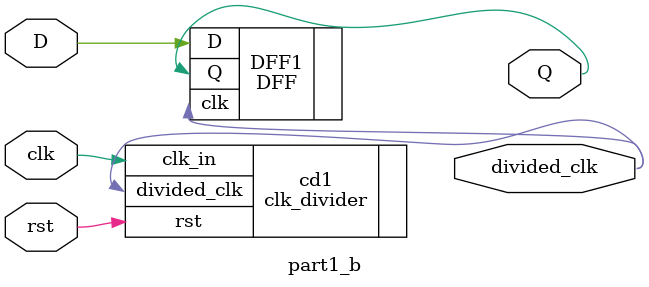
<source format=v>
`timescale 1ns / 1ps


module part1_b(Q,divided_clk,D,clk,rst);
output Q, divided_clk;
input D, clk, rst;

clk_divider cd1(.divided_clk(divided_clk),.clk_in(clk),.rst(rst));

DFF DFF1(.Q(Q),.D(D),.clk(divided_clk));

endmodule


</source>
